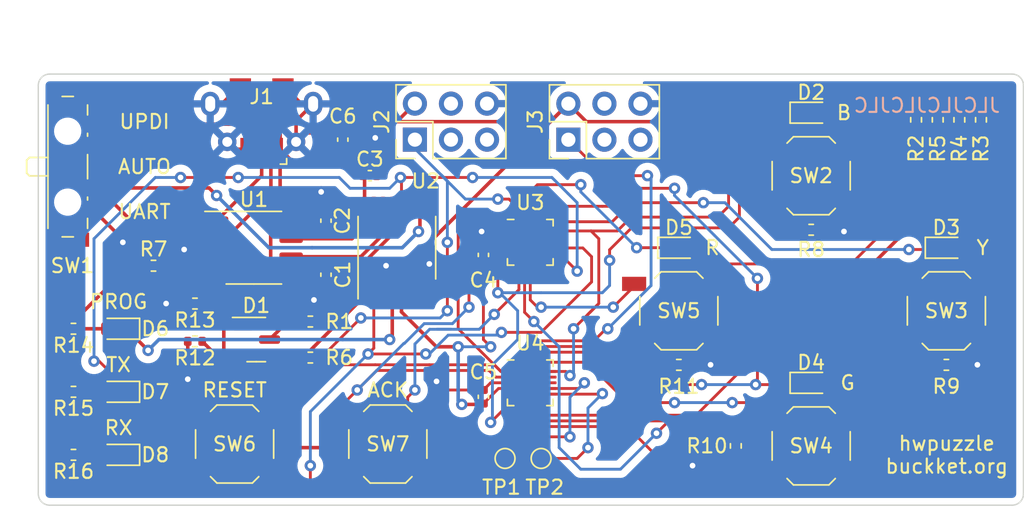
<source format=kicad_pcb>
(kicad_pcb (version 20211014) (generator pcbnew)
  (title_block (title "hwpuzzle") (date "2023-01-14") (rev "0.1") (company "buckket.org"))
  (layers (0 "F.Cu" signal) (31 "B.Cu" signal) (34 "B.Paste" user) (35 "F.Paste" user) (36 "B.SilkS" user "B.Silkscreen") (37 "F.SilkS" user "F.Silkscreen") (38 "B.Mask" user) (39 "F.Mask" user) (44 "Edge.Cuts" user))
  (net 0 "")
  (net 1 "GND")
  (net 2 "+5V")
  (net 3 "Net-(C2-Pad2)")
  (net 5 "UPDI RX")
  (net 6 "Net-(D1-Pad3)")
  (net 7 "LED0")
  (net 8 "Net-(D2-Pad2)")
  (net 9 "LED1")
  (net 10 "Net-(D3-Pad2)")
  (net 11 "LED2")
  (net 12 "Net-(D4-Pad2)")
  (net 13 "LED3")
  (net 14 "Net-(D5-Pad2)")
  (net 15 "PROG")
  (net 16 "Net-(D6-Pad2)")
  (net 17 "UART TX")
  (net 18 "Net-(D7-Pad2)")
  (net 19 "UART RX")
  (net 20 "Net-(D8-Pad2)")
  (net 21 "Net-(J1-Pad2)")
  (net 22 "Net-(J1-Pad3)")
  (net 24 "UPDI")
  (net 28 "P UPDI")
  (net 32 "UPDI TX")
  (net 33 "Mode")
  (net 34 "RTS")
  (net 35 "Net-(R8-Pad1)")
  (net 36 "Net-(R9-Pad1)")
  (net 37 "Net-(R10-Pad1)")
  (net 38 "Net-(R11-Pad1)")
  (net 39 "Net-(R12-Pad1)")
  (net 40 "Net-(R13-Pad1)")
  (net 42 "INPUT0")
  (net 43 "INPUT1")
  (net 44 "INPUT2")
  (net 45 "INPUT3")
  (net 46 "RESET")
  (net 47 "ACK")
  (net 48 "Net-(TP1-Pad1)")
  (net 49 "Net-(TP2-Pad1)")
  (net 50 "TXD")
  (net 51 "RXD")
  (footprint "LED_SMD:LED_0603_1608Metric" (layer "F.Cu") (at 104.852718 95.25 180)
    (fp_text reference "D8")
    (fp_text value "LED")
  )
  (footprint "Resistor_SMD:R_0402_1005Metric" (layer "F.Cu") (at 118.364 88.392)
    (fp_text reference "R6")
    (fp_text value "0")
  )
  (footprint "Button_Switch_SMD:SW_SPST_TL3342" (layer "F.Cu") (at 144.323 85.095)
    (fp_text reference "SW5")
    (fp_text value "SW_Push")
  )
  (footprint "Capacitor_SMD:C_0402_1005Metric" (layer "F.Cu") (at 119.465 82.55 90)
    (fp_text reference "C1")
    (fp_text value "100nF")
  )
  (footprint "LED_SMD:LED_0603_1608Metric" (layer "F.Cu") (at 163.17 80.65)
    (fp_text reference "D3")
    (fp_text value "LED")
  )
  (footprint "Resistor_SMD:R_0402_1005Metric" (layer "F.Cu") (at 148.336 94.62 90)
    (fp_text reference "R10")
    (fp_text value "220")
  )
  (footprint "Resistor_SMD:R_0402_1005Metric" (layer "F.Cu") (at 110.236 87.248 180)
    (fp_text reference "R12")
    (fp_text value "220")
  )
  (footprint "TestPoint:TestPoint_Pad_D1.0mm" (layer "F.Cu") (at 134.62 95.504 -90)
    (fp_text reference "TP2")
    (fp_text value "TestPoint")
  )
  (footprint "Resistor_SMD:R_0402_1005Metric" (layer "F.Cu") (at 107.315 81.915)
    (fp_text reference "R7")
    (fp_text value "47k")
  )
  (footprint "Capacitor_SMD:C_0402_1005Metric" (layer "F.Cu") (at 130.556 81.153 90)
    (fp_text reference "C4")
    (fp_text value "100nF")
  )
  (footprint "LED_SMD:LED_0603_1608Metric" (layer "F.Cu") (at 144.323 80.65)
    (fp_text reference "D5")
    (fp_text value "LED")
  )
  (footprint "Resistor_SMD:R_0402_1005Metric" (layer "F.Cu") (at 110.236 84.584 180)
    (fp_text reference "R13")
    (fp_text value "220")
  )
  (footprint "LED_SMD:LED_0603_1608Metric" (layer "F.Cu") (at 153.645 90.175)
    (fp_text reference "D4")
    (fp_text value "LED")
  )
  (footprint "Resistor_SMD:R_0402_1005Metric" (layer "F.Cu") (at 101.677718 90.805 180)
    (fp_text reference "R15")
    (fp_text value "680")
  )
  (footprint "LED_SMD:LED_0603_1608Metric" (layer "F.Cu") (at 104.852718 86.36 180)
    (fp_text reference "D6")
    (fp_text value "LED")
  )
  (footprint "hwpuzzle:MicroXNJ" (layer "F.Cu") (at 114.935 70.501)
    (fp_text reference "J1")
    (fp_text value "USB_B_Micro")
  )
  (footprint "Capacitor_SMD:C_0402_1005Metric" (layer "F.Cu") (at 130.556 91.158 90)
    (fp_text reference "C5")
    (fp_text value "100nF")
  )
  (footprint "Button_Switch_SMD:SW_SPST_TL3342" (layer "F.Cu") (at 113.03 94.488)
    (fp_text reference "SW6")
    (fp_text value "SW_Push")
  )
  (footprint "Resistor_SMD:R_0402_1005Metric" (layer "F.Cu") (at 118.364 85.852 180)
    (fp_text reference "R1")
    (fp_text value "470")
  )
  (footprint "Resistor_SMD:R_0402_1005Metric" (layer "F.Cu") (at 165.608 71.626 90)
    (fp_text reference "R3")
    (fp_text value "680")
  )
  (footprint "Resistor_SMD:R_0402_1005Metric" (layer "F.Cu") (at 164.084 71.628 90)
    (fp_text reference "R4")
    (fp_text value "470")
  )
  (footprint "Package_TO_SOT_SMD:SOT-23" (layer "F.Cu") (at 114.554 87.122)
    (fp_text reference "D1")
    (fp_text value "BAT54C")
  )
  (footprint "Package_SO:TSSOP-16_4.4x5mm_P0.65mm" (layer "F.Cu") (at 124.46 80.645 90)
    (fp_text reference "U2")
    (fp_text value "4053")
  )
  (footprint "Button_Switch_SMD:SW_SPST_TL3342" (layer "F.Cu") (at 153.645 75.57)
    (fp_text reference "SW2")
    (fp_text value "SW_Push")
  )
  (footprint "Button_Switch_SMD:SW_SPST_TL3342" (layer "F.Cu") (at 163.17 85.095)
    (fp_text reference "SW3")
    (fp_text value "SW_Push")
  )
  (footprint "Button_Switch_SMD:SW_SPST_TL3342" (layer "F.Cu") (at 123.825 94.488)
    (fp_text reference "SW7")
    (fp_text value "SW_Push")
  )
  (footprint "LED_SMD:LED_0603_1608Metric" (layer "F.Cu") (at 104.852718 90.805 180)
    (fp_text reference "D7")
    (fp_text value "LED")
  )
  (footprint "Capacitor_SMD:C_0402_1005Metric" (layer "F.Cu") (at 119.465 78.74 -90)
    (fp_text reference "C2")
    (fp_text value "100nF")
  )
  (footprint "Resistor_SMD:R_0402_1005Metric" (layer "F.Cu") (at 144.323 88.905)
    (fp_text reference "R11")
    (fp_text value "220")
  )
  (footprint "Connector_PinHeader_2.54mm:PinHeader_2x03_P2.54mm_Vertical" (layer "F.Cu") (at 125.73 73.025 90)
    (fp_text reference "J2")
    (fp_text value "Conn_02x03_Odd_Even")
  )
  (footprint "Resistor_SMD:R_0402_1005Metric" (layer "F.Cu") (at 161.036 71.626 90)
    (fp_text reference "R2")
    (fp_text value "470")
  )
  (footprint "Package_DFN_QFN:VQFN-20-1EP_3x3mm_P0.4mm_EP1.7x1.7mm" (layer "F.Cu") (at 133.858 90.17)
    (fp_text reference "U4")
    (fp_text value "ATtiny1616-M")
  )
  (footprint "Button_Switch_SMD:SW_SPST_TL3342" (layer "F.Cu") (at 153.645 94.62)
    (fp_text reference "SW4")
    (fp_text value "SW_Push")
  )
  (footprint "Resistor_SMD:R_0402_1005Metric" (layer "F.Cu") (at 101.677718 86.36 180)
    (fp_text reference "R14")
    (fp_text value "680")
  )
  (footprint "Capacitor_SMD:C_0402_1005Metric" (layer "F.Cu") (at 120.65 73.025 90)
    (fp_text reference "C6")
    (fp_text value "1uF")
  )
  (footprint "Resistor_SMD:R_0402_1005Metric" (layer "F.Cu") (at 162.56 71.626 90)
    (fp_text reference "R5")
    (fp_text value "680")
  )
  (footprint "Package_SO:SOP-8_3.9x4.9mm_P1.27mm" (layer "F.Cu") (at 114.385 80.645)
    (fp_text reference "U1")
    (fp_text value "CH340N")
  )
  (footprint "Resistor_SMD:R_0402_1005Metric" (layer "F.Cu") (at 101.677718 95.25 180)
    (fp_text reference "R16")
    (fp_text value "680")
  )
  (footprint "Capacitor_SMD:C_0402_1005Metric" (layer "F.Cu") (at 122.555 75.565)
    (fp_text reference "C3")
    (fp_text value "100nF")
  )
  (footprint "LED_SMD:LED_0603_1608Metric" (layer "F.Cu") (at 153.645 71.125)
    (fp_text reference "D2")
    (fp_text value "LED")
  )
  (footprint "Button_Switch_SMD:SW_SP3T_PCM13" (layer "F.Cu") (at 101.6 74.93 -90)
    (fp_text reference "SW1")
    (fp_text value "SW_SP3T")
  )
  (footprint "Connector_PinHeader_2.54mm:PinHeader_2x03_P2.54mm_Vertical" (layer "F.Cu") (at 136.54 73.03 90)
    (fp_text reference "J3")
    (fp_text value "Conn_02x03_Odd_Even")
  )
  (footprint "TestPoint:TestPoint_Pad_D1.0mm" (layer "F.Cu") (at 132.08 95.504 -90)
    (fp_text reference "TP1")
    (fp_text value "TestPoint")
  )
  (footprint "Resistor_SMD:R_0402_1005Metric" (layer "F.Cu") (at 153.645 79.38)
    (fp_text reference "R8")
    (fp_text value "220")
  )
  (footprint "Package_DFN_QFN:VQFN-20-1EP_3x3mm_P0.4mm_EP1.7x1.7mm" (layer "F.Cu") (at 133.858 80.264)
    (fp_text reference "U3")
    (fp_text value "ATtiny1616-M")
  )
  (footprint "Resistor_SMD:R_0402_1005Metric" (layer "F.Cu") (at 163.17 88.905)
    (fp_text reference "R9")
    (fp_text value "220")
  )
  (gr_line (start 168.6 69.2) (end 168.6 98) (layer "Edge.Cuts") (width 0.1))
  (gr_line (start 99.2 98) (end 99.2 69.2) (layer "Edge.Cuts") (width 0.1))
  (gr_line (start 100 68.4) (end 167.8 68.4) (layer "Edge.Cuts") (width 0.1))
  (gr_arc (start 99.2 69.2) (mid 99.434315 68.634315) (end 100 68.4) (layer "Edge.Cuts") (width 0.1))
  (gr_arc (start 167.8 68.4) (mid 168.365685 68.634315) (end 168.6 69.2) (layer "Edge.Cuts") (width 0.1))
  (gr_line (start 167.8 98.8) (end 100 98.8) (layer "Edge.Cuts") (width 0.1))
  (gr_arc (start 100 98.8) (mid 99.434315 98.565685) (end 99.2 98) (layer "Edge.Cuts") (width 0.1))
  (gr_arc (start 168.6 98) (mid 168.365685 98.565685) (end 167.8 98.8) (layer "Edge.Cuts") (width 0.1))
  (gr_text "JLCJLCJLCJLC" (at 161.798 70.612) (layer "B.SilkS") (effects (font (size 1 1)) (justify mirror)))
  (gr_text "Y" (at 165.735 80.645) (layer "F.SilkS") (effects (font (size 1 1))))
  (gr_text "G" (at 156.21 90.17) (layer "F.SilkS") (effects (font (size 1 1))))
  (gr_text "RESET" (at 113.03 90.678) (layer "F.SilkS") (effects (font (size 1 1))))
  (gr_text "UART" (at 106.68 78.105) (layer "F.SilkS") (effects (font (size 1 1))))
  (gr_text "TX" (at 104.852718 88.9) (layer "F.SilkS") (effects (font (size 1 1))))
  (gr_text "B" (at 155.956 71.125) (layer "F.SilkS") (effects (font (size 1 1))))
  (gr_text "R" (at 146.685 80.645) (layer "F.SilkS") (effects (font (size 1 1))))
  (gr_text "RX" (at 104.852718 93.345) (layer "F.SilkS") (effects (font (size 1 1))))
  (gr_text "hwpuzzle\nbuckket.org" (at 163.195 95.25) (layer "F.SilkS") (effects (font (size 1 1))))
  (gr_text "PROG" (at 104.852718 84.455) (layer "F.SilkS") (effects (font (size 1 1))))
  (gr_text "AUTO" (at 106.68 74.93) (layer "F.SilkS") (effects (font (size 1 1))))
  (gr_text "ACK" (at 123.825 90.678) (layer "F.SilkS") (effects (font (size 1 1))))
  (gr_text "UPDI" (at 106.68 71.755) (layer "F.SilkS") (effects (font (size 1 1))))
  (segment (start 132.408 90.17) (end 131.064 90.17) (width 0.2) (layer "F.Cu") (net 1))
  (segment (start 147.19 94.11) (end 145.288 96.012) (width 0.25) (layer "F.Cu") (net 1))
  (segment (start 127.8625 90.678) (end 127.254 90.0695) (width 0.2) (layer "F.Cu") (net 1))
  (segment (start 148.336 94.11) (end 147.19 94.11) (width 0.25) (layer "F.Cu") (net 1))
  (segment (start 132.408 80.264) (end 131.699 80.264) (width 0.2) (layer "F.Cu") (net 1))
  (segment (start 119.465 83.03) (end 119.465 83.481) (width 0.25) (layer "F.Cu") (net 1))
  (segment (start 155.834 79.38) (end 155.956 79.502) (width 0.25) (layer "F.Cu") (net 1))
  (segment (start 103.03 77.93) (end 105.156 80.056) (width 0.25) (layer "F.Cu") (net 1))
  (segment (start 130.556 80.673) (end 130.556 79.629) (width 0.2) (layer "F.Cu") (net 1))
  (segment (start 163.68 88.905) (end 165.349 88.905) (width 0.25) (layer "F.Cu") (net 1))
  (segment (start 109.982 81.28) (end 109.474 80.772) (width 0.25) (layer "F.Cu") (net 1))
  (segment (start 117.735 70.501) (end 116.435 69.201) (width 0.25) (layer "F.Cu") (net 1))
  (segment (start 123.485 83.5075) (end 123.485 82.128) (width 0.25) (layer "F.Cu") (net 1))
  (segment (start 122.936 75.466) (end 122.936 72.898) (width 0.2) (layer "F.Cu") (net 1))
  (segment (start 131.699 80.264) (end 131.572 80.391) (width 0.2) (layer "F.Cu") (net 1))
  (segment (start 123.035 75.565) (end 122.936 75.466) (width 0.2) (layer "F.Cu") (net 1))
  (segment (start 154.155 79.38) (end 155.834 79.38) (width 0.25) (layer "F.Cu") (net 1))
  (segment (start 125.435 83.5075) (end 126.735 83.5075) (width 0.25) (layer "F.Cu") (net 1))
  (segment (start 131.29 80.673) (end 131.572 80.391) (width 0.2) (layer "F.Cu") (net 1))
  (segment (start 126.085 83.5075) (end 126.085 82.449) (width 0.25) (layer "F.Cu") (net 1))
  (segment (start 117.996 72.545) (end 117.36 73.181) (width 0.25) (layer "F.Cu") (net 1))
  (segment (start 132.408 80.264) (end 133.858 80.264) (width 0.2) (layer "F.Cu") (net 1))
  (segment (start 108.206 84.584) (end 108.204 84.582) (width 0.25) (layer "F.Cu") (net 1))
  (segment (start 119.465 77.047) (end 119.126 76.708) (width 0.25) (layer "F.Cu") (net 1))
  (segment (start 109.728 87.25) (end 109.728 89.916) (width 0.25) (layer "F.Cu") (net 1))
  (segment (start 117.36 73.181) (end 117.36 71.701) (width 0.25) (layer "F.Cu") (net 1))
  (segment (start 146.553 88.905) (end 146.558 88.9) (width 0.25) (layer "F.Cu") (net 1))
  (segment (start 131.064 90.17) (end 130.556 90.678) (width 0.2) (layer "F.Cu") (net 1))
  (segment (start 118.56 70.501) (end 111.31 70.501) (width 0.25) (layer "F.Cu") (net 1))
  (segment (start 105.156 80.056) (end 105.156 80.264) (width 0.25) (layer "F.Cu") (net 1))
  (segment (start 111.76 81.28) (end 109.982 81.28) (width 0.25) (layer "F.Cu") (net 1))
  (segment (start 130.556 80.673) (end 131.29 80.673) (width 0.2) (layer "F.Cu") (net 1))
  (segment (start 130.556 79.629) (end 130.429 79.502) (width 0.2) (layer "F.Cu") (net 1))
  (segment (start 130.556 90.678) (end 127.8625 90.678) (width 0.2) (layer "F.Cu") (net 1))
  (segment (start 144.833 88.905) (end 146.553 88.905) (width 0.25) (layer "F.Cu") (net 1))
  (segment (start 118.56 70.501) (end 117.735 70.501) (width 0.25) (layer "F.Cu") (net 1))
  (segment (start 126.085 82.449) (end 126.746 81.788) (width 0.25) (layer "F.Cu") (net 1))
  (segment (start 165.349 88.905) (end 165.354 88.9) (width 0.25) (layer "F.Cu") (net 1))
  (segment (start 113.635 73.701) (end 113.03 73.701) (width 0.25) (layer "F.Cu") (net 1))
  (segment (start 109.726 87.248) (end 109.728 87.25) (width 0.25) (layer "F.Cu") (net 1))
  (segment (start 123.485 82.128) (end 123.698 81.915) (width 0.25) (layer "F.Cu") (net 1))
  (segment (start 117.36 71.701) (end 118.56 70.501) (width 0.25) (layer "F.Cu") (net 1))
  (segment (start 120.65 72.545) (end 117.996 72.545) (width 0.25) (layer "F.Cu") (net 1))
  (segment (start 109.726 84.584) (end 108.206 84.584) (width 0.25) (layer "F.Cu") (net 1))
  (segment (start 119.465 78.26) (end 119.465 77.047) (width 0.25) (layer "F.Cu") (net 1))
  (segment (start 119.465 83.481) (end 118.618 84.328) (width 0.25) (layer "F.Cu") (net 1))
  (segment (start 113.03 73.701) (end 112.51 73.181) (width 0.25) (layer "F.Cu") (net 1))
  (segment (start 111.31 70.501) (end 112.135 70.501) (width 0.25) (layer "F.Cu") (net 1))
  (segment (start 112.135 70.501) (end 113.435 69.201) (width 0.25) (layer "F.Cu") (net 1))
  (segment (start 132.408 90.17) (end 133.858 90.17) (width 0.2) (layer "F.Cu") (net 1))
  (via (at 122.936 72.898) (size 0.8) (drill 0.4) (layers "F.Cu" "B.Cu") (net 1))
  (via (at 127.254 90.0695) (size 0.8) (drill 0.4) (layers "F.Cu" "B.Cu") (net 1))
  (via (at 105.156 80.264) (size 0.8) (drill 0.4) (layers "F.Cu" "B.Cu") (net 1))
  (via (at 118.618 84.328) (size 0.8) (drill 0.4) (layers "F.Cu" "B.Cu") (net 1))
  (via (at 165.354 88.9) (size 0.8) (drill 0.4) (layers "F.Cu" "B.Cu") (net 1))
  (via (at 109.474 80.772) (size 0.8) (drill 0.4) (layers "F.Cu" "B.Cu") (net 1))
  (via (at 123.698 81.915) (size 0.8) (drill 0.4) (layers "F.Cu" "B.Cu") (net 1))
  (via (at 145.288 96.012) (size 0.8) (drill 0.4) (layers "F.Cu" "B.Cu") (net 1))
  (via (at 119.126 76.708) (size 0.8) (drill 0.4) (layers "F.Cu" "B.Cu") (net 1))
  (via (at 126.746 81.788) (size 0.8) (drill 0.4) (layers "F.Cu" "B.Cu") (net 1))
  (via (at 155.956 79.502) (size 0.8) (drill 0.4) (layers "F.Cu" "B.Cu") (net 1))
  (via (at 109.728 89.916) (size 0.8) (drill 0.4) (layers "F.Cu" "B.Cu") (net 1))
  (via (at 108.204 84.582) (size 0.8) (drill 0.4) (layers "F.Cu" "B.Cu") (net 1))
  (via (at 130.429 79.502) (size 0.8) (drill 0.4) (layers "F.Cu" "B.Cu") (net 1))
  (via (at 146.558 88.9) (size 0.8) (drill 0.4) (layers "F.Cu" "B.Cu") (net 1))
  (segment (start 115.57 81.788) (end 115.57 78.105) (width 0.25) (layer "F.Cu") (net 2))
  (segment (start 131.624 90.57) (end 130.556 91.638) (width 0.2) (layer "F.Cu") (net 2))
  (segment (start 122.555 71.755) (end 122.407609 71.755) (width 0.25) (layer "F.Cu") (net 2))
  (segment (start 116.332 82.55) (end 115.57 81.788) (width 0.25) (layer "F.Cu") (net 2))
  (segment (start 121.128 74.618) (end 119.068 74.618) (width 0.25) (layer "F.Cu") (net 2))
  (segment (start 125.73 70.485) (end 124.46 71.755) (width 0.25) (layer "F.Cu") (net 2))
  (segment (start 137.805 71.755) (end 145.161 71.755) (width 0.25) (layer "F.Cu") (net 2))
  (segment (start 122.185 76.465) (end 122.185 75.675) (width 0.25) (layer "F.Cu") (net 2))
  (segment (start 127.244695 87.63) (end 128.778 87.63) (width 0.25) (layer "F.Cu") (net 2))
  (segment (start 126.502 80.889) (end 126.502 80.528) (width 0.25) (layer "F.Cu") (net 2))
  (segment (start 124.46 71.755) (end 122.555 71.755) (width 0.25) (layer "F.Cu") (net 2))
  (segment (start 118.83 82.55) (end 117.01 82.55) (width 0.25) (layer "F.Cu") (net 2))
  (segment (start 132.408 90.57) (end 131.624 90.57) (width 0.2) (layer "F.Cu") (net 2))
  (segment (start 120.65 73.505) (end 119.537 74.618) (width 0.25) (layer "F.Cu") (net 2))
  (segment (start 130.944025 81.633) (end 131.913025 80.664) (width 0.2) (layer "F.Cu") (net 2))
  (segment (start 119.537 74.618) (end 119.068 74.618) (width 0.25) (layer "F.Cu") (net 2))
  (segment (start 122.075 75.565) (end 121.128 74.618) (width 0.25) (layer "F.Cu") (net 2))
  (segment (start 116.235 73.701) (end 116.235 72.651) (width 0.25) (layer "F.Cu") (net 2))
  (segment (start 119.465 82.07) (end 119.31 82.07) (width 0.25) (layer "F.Cu") (net 2))
  (segment (start 112.57 71.93) (end 112.5728 71.9328) (width 0.25) (layer "F.Cu") (net 2))
  (segment (start 147.066 69.85) (end 156.718 69.85) (width 0.25) (layer "F.Cu") (net 2))
  (segment (start 117.01 82.55) (end 115.994 83.566) (width 0.25) (layer "F.Cu") (net 2))
  (segment (start 129.032 91.694) (end 130.5 91.694) (width 0.25) (layer "F.Cu") (net 2))
  (segment (start 115.5168 71.9328) (end 112.5728 71.9328) (width 0.25) (layer "F.Cu") (net 2))
  (segment (start 156.718 69.85) (end 157.986 71.118) (width 0.25) (layer "F.Cu") (net 2))
  (segment (start 122.407609 71.755) (end 120.657609 73.505) (width 0.25) (layer "F.Cu") (net 2))
  (segment (start 117.01 82.55) (end 116.332 82.55) (width 0.25) (layer "F.Cu") (net 2))
  (segment (start 103.961718 83.566) (end 101.167718 86.36) (width 0.25) (layer "F.Cu") (net 2))
  (segment (start 136.54 70.49) (end 135.275 71.755) (width 0.25) (layer "F.Cu") (net 2))
  (segment (start 103.03 71.93) (end 112.57 71.93) (width 0.25) (layer "F.Cu") (net 2))
  (segment (start 119.31 82.07) (end 118.83 82.55) (width 0.25) (layer "F.Cu") (net 2))
  (segment (start 122.185 77.7825) (end 122.185 76.465) (width 0.25) (layer "F.Cu") (net 2))
  (segment (start 122.185 75.675) (end 122.075 75.565) (width 0.25) (layer "F.Cu") (net 2))
  (segment (start 145.161 71.755) (end 147.066 69.85) (width 0.25) (layer "F.Cu") (net 2))
  (segment (start 131.913025 80.664) (end 132.408 80.664) (width 0.2) (layer "F.Cu") (net 2))
  (segment (start 135.275 71.755) (end 122.555 71.755) (width 0.25) (layer "F.Cu") (net 2))
  (segment (start 124.785 83.5075) (end 124.785 82.606) (width 0.25) (layer "F.Cu") (net 2))
  (segment (start 157.986 71.118) (end 165.608 71.118) (width 0.25) (layer "F.Cu") (net 2))
  (segment (start 126.502 80.528) (end 136.54 70.49) (width 0.25) (layer "F.Cu") (net 2))
  (segment (start 124.785 85.170305) (end 127.244695 87.63) (width 0.25) (layer "F.Cu") (net 2))
  (segment (start 116.235 72.651) (end 115.5168 71.9328) (width 0.25) (layer "F.Cu") (net 2))
  (segment (start 120.657609 73.505) (end 120.65 73.505) (width 0.25) (layer "F.Cu") (net 2))
  (segment (start 130.556 87.122) (end 131.064 87.63) (width 0.2) (layer "F.Cu") (net 2))
  (segment (start 130.556 81.633) (end 130.556 87.122) (width 0.2) (layer "F.Cu") (net 2))
  (segment (start 124.785 82.606) (end 126.502 80.889) (width 0.25) (layer "F.Cu") (net 2))
  (segment (start 115.57 78.105) (end 116.235 77.44) (width 0.25) (layer "F.Cu") (net 2))
  (segment (start 119.068 74.618) (end 117.798 74.618) (width 0.25) (layer "F.Cu") (net 2))
  (segment (start 136.54 70.49) (end 137.805 71.755) (width 0.25) (layer "F.Cu") (net 2))
  (segment (start 130.556 81.633) (end 130.944025 81.633) (width 0.2) (layer "F.Cu") (net 2))
  (segment (start 101.167718 86.36) (end 101.167718 95.25) (width 0.25) (layer "F.Cu") (net 2))
  (segment (start 116.235 77.44) (end 116.235 73.701) (width 0.25) (layer "F.Cu") (net 2))
  (segment (start 116.235 73.701) (end 117.152 74.618) (width 0.25) (layer "F.Cu") (net 2))
  (segment (start 124.785 83.5075) (end 124.785 85.170305) (width 0.25) (layer "F.Cu") (net 2))
  (segment (start 117.798 74.618) (end 117.152 74.618) (width 0.25) (layer "F.Cu") (net 2))
  (segment (start 130.5 91.694) (end 130.556 91.638) (width 0.25) (layer "F.Cu") (net 2))
  (segment (start 115.994 83.566) (end 103.961718 83.566) (width 0.25) (layer "F.Cu") (net 2))
  (via (at 128.778 87.63) (size 0.8) (drill 0.4) (layers "F.Cu" "B.Cu") (net 2))
  (via (at 129.032 91.694) (size 0.8) (drill 0.4) (layers "F.Cu" "B.Cu") (net 2))
  (via (at 131.064 87.63) (size 0.8) (drill 0.4) (layers "F.Cu" "B.Cu") (net 2))
  (segment (start 128.778 87.63) (end 128.778 91.44) (width 0.25) (layer "B.Cu") (net 2))
  (segment (start 131.064 87.63) (end 128.778 87.63) (width 0.2) (layer "B.Cu") (net 2))
  (segment (start 128.778 91.44) (end 129.032 91.694) (width 0.25) (layer "B.Cu") (net 2))
  (segment (start 118.83 78.74) (end 117.01 78.74) (width 0.25) (layer "F.Cu") (net 3))
  (segment (start 119.465 79.22) (end 119.31 79.22) (width 0.25) (layer "F.Cu") (net 3))
  (segment (start 119.31 79.22) (end 118.83 78.74) (width 0.25) (layer "F.Cu") (net 3))
  (segment (start 118.617 87.629) (end 117.854 88.392) (width 0.25) (layer "F.Cu") (net 5))
  (segment (start 117.854 88.392) (end 113.9365 88.392) (width 0.25) (layer "F.Cu") (net 5))
  (segment (start 113.9365 88.392) (end 113.6165 88.072) (width 0.25) (layer "F.Cu") (net 5))
  (segment (start 122.185 83.5075) (end 122.185 84.061) (width 0.25) (layer "F.Cu") (net 5))
  (segment (start 122.185 84.061) (end 118.617 87.629) (width 0.25) (layer "F.Cu") (net 5))
  (segment (start 117.854 85.852) (end 116.7615 85.852) (width 0.25) (layer "F.Cu") (net 6))
  (segment (start 116.7615 85.852) (end 115.4915 87.122) (width 0.25) (layer "F.Cu") (net 6))
  (segment (start 152.8575 71.125) (end 149.855 71.125) (width 0.2) (layer "F.Cu") (net 7))
  (segment (start 138.576 84.69) (end 137.922 85.344) (width 0.2) (layer "F.Cu") (net 7))
  (segment (start 140.97 78.486) (end 139.992 79.464) (width 0.2) (layer "F.Cu") (net 7))
  (segment (start 138.138 79.464) (end 135.308 79.464) (width 0.2) (layer "F.Cu") (net 7))
  (segment (start 138.684 80.01) (end 138.684 84.582) (width 0.2) (layer "F.Cu") (net 7))
  (segment (start 136.36 89.37) (end 135.308 89.37) (width 0.2) (layer "F.Cu") (net 7))
  (segment (start 147.066 78.486) (end 140.97 78.486) (width 0.2) (layer "F.Cu") (net 7))
  (segment (start 147.828 77.724) (end 147.066 78.486) (width 0.2) (layer "F.Cu") (net 7))
  (segment (start 137.922 85.344) (end 136.906 86.36) (width 0.2) (layer "F.Cu") (net 7))
  (segment (start 138.684 84.582) (end 137.922 85.344) (width 0.2) (layer "F.Cu") (net 7))
  (segment (start 149.855 71.125) (end 147.828 73.152) (width 0.2) (layer "F.Cu") (net 7))
  (segment (start 138.138 79.464) (end 138.684 80.01) (width 0.2) (layer "F.Cu") (net 7))
  (segment (start 147.828 73.152) (end 147.828 77.724) (width 0.2) (layer "F.Cu") (net 7))
  (segment (start 136.652 89.662) (end 136.36 89.37) (width 0.2) (layer "F.Cu") (net 7))
  (segment (start 139.992 79.464) (end 138.138 79.464) (width 0.2) (layer "F.Cu") (net 7))
  (via (at 136.652 89.662) (size 0.8) (drill 0.4) (layers "F.Cu" "B.Cu") (net 7))
  (via (at 136.906 86.36) (size 0.8) (drill 0.4) (layers "F.Cu" "B.Cu") (net 7))
  (segment (start 136.906 89.408) (end 136.652 89.662) (width 0.2) (layer "B.Cu") (net 7))
  (segment (start 136.906 86.36) (end 136.906 89.408) (width 0.2) (layer "B.Cu") (net 7))
  (segment (start 155.4435 72.136) (end 154.4325 71.125) (width 0.25) (layer "F.Cu") (net 8))
  (segment (start 161.036 72.136) (end 155.4435 72.136) (width 0.25) (layer "F.Cu") (net 8))
  (segment (start 140.97 77.47) (end 144.78 77.47) (width 0.2) (layer "F.Cu") (net 9))
  (segment (start 134.658 88.72) (end 137.869 88.72) (width 0.2) (layer "F.Cu") (net 9))
  (segment (start 139.626 78.814) (end 140.97 77.47) (width 0.2) (layer "F.Cu") (net 9))
  (segment (start 134.658 78.814) (end 139.626 78.814) (width 0.2) (layer "F.Cu") (net 9))
  (segment (start 137.922 88.773) (end 140.716 91.567) (width 0.2) (layer "F.Cu") (net 9))
  (segment (start 158.623 91.567) (end 162.3825 87.8075) (width 0.2) (layer "F.Cu") (net 9))
  (segment (start 162.2605 80.772) (end 162.3825 80.65) (width 0.2) (layer "F.Cu") (net 9))
  (segment (start 137.869 88.72) (end 137.922 88.773) (width 0.2) (layer "F.Cu") (net 9))
  (segment (start 148.082 91.567) (end 158.623 91.567) (width 0.2) (layer "F.Cu") (net 9))
  (segment (start 144.78 77.47) (end 146.05 77.47) (width 0.2) (layer "F.Cu") (net 9))
  (segment (start 140.716 91.567) (end 144.018 91.567) (width 0.2) (layer "F.Cu") (net 9))
  (segment (start 160.528 80.772) (end 162.2605 80.772) (width 0.2) (layer "F.Cu") (net 9))
  (segment (start 162.3825 87.8075) (end 162.3825 80.65) (width 0.2) (layer "F.Cu") (net 9))
  (via (at 144.018 91.567) (size 0.8) (drill 0.4) (layers "F.Cu" "B.Cu") (net 9))
  (via (at 146.05 77.47) (size 0.8) (drill 0.4) (layers "F.Cu" "B.Cu") (net 9))
  (via (at 160.528 80.772) (size 0.8) (drill 0.4) (layers "F.Cu" "B.Cu") (net 9))
  (via (at 148.082 91.567) (size 0.8) (drill 0.4) (layers "F.Cu" "B.Cu") (net 9))
  (segment (start 147.574 77.47) (end 150.876 80.772) (width 0.2) (layer "B.Cu") (net 9))
  (segment (start 150.876 80.772) (end 160.528 80.772) (width 0.2) (layer "B.Cu") (net 9))
  (segment (start 144.018 91.567) (end 148.082 91.567) (width 0.2) (layer "B.Cu") (net 9))
  (segment (start 146.05 77.47) (end 147.574 77.47) (width 0.2) (layer "B.Cu") (net 9))
  (segment (start 165.608 78.9995) (end 165.608 72.136) (width 0.25) (layer "F.Cu") (net 10))
  (segment (start 163.9575 80.65) (end 165.608 78.9995) (width 0.25) (layer "F.Cu") (net 10))
  (segment (start 152.7355 90.297) (end 152.8575 90.175) (width 0.2) (layer "F.Cu") (net 11))
  (segment (start 140.462 90.297) (end 145.923 90.297) (width 0.2) (layer "F.Cu") (net 11))
  (segment (start 134.258 78.319025) (end 134.853025 77.724) (width 0.2) (layer "F.Cu") (net 11))
  (segment (start 149.86 82.804) (end 149.86 90.17) (width 0.2) (layer "F.Cu") (net 11))
  (segment (start 138.43 88.265) (end 140.462 90.297) (width 0.2) (layer "F.Cu") (net 11))
  (segment (start 140.462 76.708) (end 140.716 76.454) (width 0.2) (layer "F.Cu") (net 11))
  (segment (start 139.446 77.724) (end 140.462 76.708) (width 0.2) (layer "F.Cu") (net 11))
  (segment (start 140.716 76.454) (end 144.018 76.454) (width 0.2) (layer "F.Cu") (net 11))
  (segment (start 134.258 88.72) (end 134.258 88.225025) (width 0.2) (layer "F.Cu") (net 11))
  (segment (start 134.258 88.225025) (end 134.472025 88.011) (width 0.2) (layer "F.Cu") (net 11))
  (segment (start 138.938 77.724) (end 139.446 77.724) (width 0.2) (layer "F.Cu") (net 11))
  (segment (start 134.258 78.814) (end 134.258 78.319025) (width 0.2) (layer "F.Cu") (net 11))
  (segment (start 149.86 90.17) (end 149.733 90.297) (width 0.2) (layer "F.Cu") (net 11))
  (segment (start 149.733 90.297) (end 152.7355 90.297) (width 0.2) (layer "F.Cu") (net 11))
  (segment (start 134.472025 88.011) (end 138.176 88.011) (width 0.2) (layer "F.Cu") (net 11))
  (segment (start 134.853025 77.724) (end 138.938 77.724) (width 0.2) (layer "F.Cu") (net 11))
  (segment (start 138.176 88.011) (end 138.43 88.265) (width 0.2) (layer "F.Cu") (net 11))
  (via (at 145.923 90.297) (size 0.8) (drill 0.4) (layers "F.Cu" "B.Cu") (net 11))
  (via (at 144.018 76.454) (size 0.8) (drill 0.4) (layers "F.Cu" "B.Cu") (net 11))
  (via (at 149.86 82.804) (size 0.8) (drill 0.4) (layers "F.Cu" "B.Cu") (net 11))
  (via (at 149.733 90.297) (size 0.8) (drill 0.4) (layers "F.Cu" "B.Cu") (net 11))
  (segment (start 145.923 90.297) (end 149.733 90.297) (width 0.2) (layer "B.Cu") (net 11))
  (segment (start 144.018 76.454) (end 144.018 76.962) (width 0.2) (layer "B.Cu") (net 11))
  (segment (start 144.018 76.962) (end 146.812 79.756) (width 0.2) (layer "B.Cu") (net 11))
  (segment (start 146.812 79.756) (end 149.86 82.804) (width 0.2) (layer "B.Cu") (net 11))
  (segment (start 154.4325 85.3435) (end 154.4325 90.175) (width 0.25) (layer "F.Cu") (net 12))
  (segment (start 164.084 72.138) (end 164.084 75.692) (width 0.25) (layer "F.Cu") (net 12))
  (segment (start 164.084 75.692) (end 154.4325 85.3435) (width 0.25) (layer "F.Cu") (net 12))
  (segment (start 141.98 88.138) (end 138.938 88.138) (width 0.2) (layer "F.Cu") (net 13))
  (segment (start 133.858 76.708) (end 134.366 76.2) (width 0.2) (layer "F.Cu") (net 13))
  (segment (start 143.5355 80.65) (end 143.5355 86.5825) (width 0.2) (layer "F.Cu") (net 13))
  (segment (start 134.30634 87.611) (end 134.13617 87.78117) (width 0.2) (layer "F.Cu") (net 13))
  (segment (start 134.366 76.2) (end 137.414 76.2) (width 0.2) (layer "F.Cu") (net 13))
  (segment (start 133.858 88.059339) (end 134.13617 87.78117) (width 0.2) (layer "F.Cu") (net 13))
  (segment (start 133.858 78.814) (end 133.858 76.708) (width 0.2) (layer "F.Cu") (net 13))
  (segment (start 133.858 88.72) (end 133.858 88.059339) (width 0.2) (layer "F.Cu") (net 13))
  (segment (start 141.351 80.645) (end 143.5305 80.645) (width 0.2) (layer "F.Cu") (net 13))
  (segment (start 138.938 88.138) (end 138.411 87.611) (width 0.2) (layer "F.Cu") (net 13))
  (segment (start 138.411 87.611) (end 134.30634 87.611) (width 0.2) (layer "F.Cu") (net 13))
  (segment (start 143.5305 80.645) (end 143.5355 80.65) (width 0.2) (layer "F.Cu") (net 13))
  (segment (start 143.5355 86.5825) (end 141.98 88.138) (width 0.2) (layer "F.Cu") (net 13))
  (segment (start 134.13617 87.78117) (end 134.249339 87.668) (width 0.2) (layer "F.Cu") (net 13))
  (via (at 137.414 76.2) (size 0.8) (drill 0.4) (layers "F.Cu" "B.Cu") (net 13))
  (via (at 141.351 80.645) (size 0.8) (drill 0.4) (layers "F.Cu" "B.Cu") (net 13))
  (segment (start 137.414 76.708) (end 137.414 76.2) (width 0.2) (layer "B.Cu") (net 13))
  (segment (start 141.351 80.645) (end 137.414 76.708) (width 0.2) (layer "B.Cu") (net 13))
  (segment (start 156.464 81.788) (end 162.56 75.692) (width 0.2) (layer "F.Cu") (net 14))
  (segment (start 146.2485 81.788) (end 156.464 81.788) (width 0.2) (layer "F.Cu") (net 14))
  (segment (start 162.56 75.692) (end 162.56 72.136) (width 0.2) (layer "F.Cu") (net 14))
  (segment (start 145.1105 80.65) (end 146.2485 81.788) (width 0.2) (layer "F.Cu") (net 14))
  (segment (start 105.640218 86.590218) (end 106.934 87.884) (width 0.25) (layer "F.Cu") (net 15))
  (segment (start 124.135 86.939) (end 124.135 83.5075) (width 0.25) (layer "F.Cu") (net 15))
  (segment (start 105.640218 86.36) (end 105.640218 86.590218) (width 0.25) (layer "F.Cu") (net 15))
  (segment (start 123.952 87.122) (end 124.135 86.939) (width 0.25) (layer "F.Cu") (net 15))
  (via (at 123.952 87.122) (size 0.8) (drill 0.4) (layers "F.Cu" "B.Cu") (net 15))
  (via (at 106.934 87.884) (size 0.8) (drill 0.4) (layers "F.Cu" "B.Cu") (net 15))
  (segment (start 120.65 87.122) (end 107.696 87.122) (width 0.25) (layer "B.Cu") (net 15))
  (segment (start 120.65 87.122) (end 123.952 87.122) (width 0.25) (layer "B.Cu") (net 15))
  (segment (start 107.696 87.122) (end 106.934 87.884) (width 0.25) (layer "B.Cu") (net 15))
  (segment (start 102.187718 86.36) (end 104.065218 86.36) (width 0.25) (layer "F.Cu") (net 16))
  (segment (start 124.714 75.692) (end 129.794 75.692) (width 0.2) (layer "F.Cu") (net 17))
  (segment (start 105.640218 90.805) (end 103.481218 88.646) (width 0.2) (layer "F.Cu") (net 17))
  (segment (start 137.16 82.296) (end 135.928 81.064) (width 0.2) (layer "F.Cu") (net 17))
  (segment (start 124.714 75.692) (end 124.785 75.763) (width 0.2) (layer "F.Cu") (net 17))
  (segment (start 135.928 81.064) (end 135.308 81.064) (width 0.2) (layer "F.Cu") (net 17))
  (segment (start 109.22 75.692) (end 113.284 75.692) (width 0.2) (layer "F.Cu") (net 17))
  (segment (start 103.481218 88.646) (end 103.124 88.646) (width 0.2) (layer "F.Cu") (net 17))
  (segment (start 124.785 75.763) (end 124.785 77.7825) (width 0.2) (layer "F.Cu") (net 17))
  (via (at 113.284 75.692) (size 0.8) (drill 0.4) (layers "F.Cu" "B.Cu") (net 17))
  (via (at 103.124 88.646) (size 0.8) (drill 0.4) (layers "F.Cu" "B.Cu") (net 17))
  (via (at 109.22 75.692) (size 0.8) (drill 0.4) (layers "F.Cu" "B.Cu") (net 17))
  (via (at 129.794 75.692) (size 0.8) (drill 0.4) (layers "F.Cu" "B.Cu") (net 17))
  (via (at 137.16 82.296) (size 0.8) (drill 0.4) (layers "F.Cu" "B.Cu") (net 17))
  (via (at 124.714 75.692) (size 0.8) (drill 0.4) (layers "F.Cu" "B.Cu") (net 17))
  (segment (start 103.124 80.01) (end 107.442 75.692) (width 0.2) (layer "B.Cu") (net 17))
  (segment (start 129.794 75.692) (end 135.382 75.692) (width 0.2) (layer "B.Cu") (net 17))
  (segment (start 103.124 88.646) (end 103.124 80.01) (width 0.2) (layer "B.Cu") (net 17))
  (segment (start 107.442 75.692) (end 109.22 75.692) (width 0.2) (layer "B.Cu") (net 17))
  (segment (start 123.952 76.454) (end 124.714 75.692) (width 0.2) (layer "B.Cu") (net 17))
  (segment (start 137.16 77.47) (end 137.16 82.296) (width 0.2) (layer "B.Cu") (net 17))
  (segment (start 121.158 76.454) (end 123.952 76.454) (width 0.2) (layer "B.Cu") (net 17))
  (segment (start 136.525 76.835) (end 137.16 77.47) (width 0.2) (layer "B.Cu") (net 17))
  (segment (start 113.284 75.692) (end 120.396 75.692) (width 0.2) (layer "B.Cu") (net 17))
  (segment (start 135.382 75.692) (end 136.525 76.835) (width 0.2) (layer "B.Cu") (net 17))
  (segment (start 120.396 75.692) (end 121.158 76.454) (width 0.2) (layer "B.Cu") (net 17))
  (segment (start 104.065218 90.805) (end 102.187718 90.805) (width 0.25) (layer "F.Cu") (net 18))
  (segment (start 138.176 81.28) (end 137.56 80.664) (width 0.2) (layer "F.Cu") (net 19))
  (segment (start 134.62 86.614) (end 138.176 83.058) (width 0.2) (layer "F.Cu") (net 19))
  (segment (start 118.364 97.536) (end 117.856 98.044) (width 0.2) (layer "F.Cu") (net 19))
  (segment (start 138.176 83.058) (end 138.176 81.28) (width 0.2) (layer "F.Cu") (net 19))
  (segment (start 131.826 86.614) (end 134.62 86.614) (width 0.2) (layer "F.Cu") (net 19))
  (segment (start 118.364 96.012) (end 118.364 97.536) (width 0.2) (layer "F.Cu") (net 19))
  (segment (start 122.835 83.5075) (end 122.835 87.731) (width 0.2) (layer "F.Cu") (net 19))
  (segment (start 106.934 98.044) (end 105.640218 96.750218) (width 0.2) (layer "F.Cu") (net 19))
  (segment (start 122.835 87.731) (end 122.428 88.138) (width 0.2) (layer "F.Cu") (net 19))
  (segment (start 126.492 88.138) (end 122.428 88.138) (width 0.2) (layer "F.Cu") (net 19))
  (segment (start 137.56 80.664) (end 135.308 80.664) (width 0.2) (layer "F.Cu") (net 19))
  (segment (start 105.640218 96.750218) (end 105.640218 95.25) (width 0.2) (layer "F.Cu") (net 19))
  (segment (start 117.856 98.044) (end 106.934 98.044) (width 0.2) (layer "F.Cu") (net 19))
  (via (at 126.492 88.138) (size 0.8) (drill 0.4) (layers "F.Cu" "B.Cu") (net 19))
  (via (at 118.364 96.012) (size 0.8) (drill 0.4) (layers "F.Cu" "B.Cu") (net 19))
  (via (at 122.428 88.138) (size 0.8) (drill 0.4) (layers "F.Cu" "B.Cu") (net 19))
  (via (at 131.826 86.614) (size 0.8) (drill 0.4) (layers "F.Cu" "B.Cu") (net 19))
  (segment (start 131.634 86.806) (end 128.078 86.806) (width 0.2) (layer "B.Cu") (net 19))
  (segment (start 128.078 86.806) (end 126.746 88.138) (width 0.2) (layer "B.Cu") (net 19))
  (segment (start 122.174 88.392) (end 118.364 92.202) (width 0.2) (layer "B.Cu") (net 19))
  (segment (start 126.746 88.138) (end 126.492 88.138) (width 0.2) (layer "B.Cu") (net 19))
  (segment (start 118.364 92.202) (end 118.364 96.012) (width 0.2) (layer "B.Cu") (net 19))
  (segment (start 131.826 86.614) (end 131.634 86.806) (width 0.2) (layer "B.Cu") (net 19))
  (segment (start 102.187718 95.25) (end 104.065218 95.25) (width 0.25) (layer "F.Cu") (net 20))
  (segment (start 115.585 73.701) (end 115.585 76.82) (width 0.25) (layer "F.Cu") (net 21))
  (segment (start 112.395 80.01) (end 111.76 80.01) (width 0.25) (layer "F.Cu") (net 21))
  (segment (start 115.585 76.82) (end 112.395 80.01) (width 0.25) (layer "F.Cu") (net 21))
  (segment (start 114.935 73.701) (end 114.935 75.565) (width 0.25) (layer "F.Cu") (net 22))
  (segment (start 114.935 75.565) (end 111.76 78.74) (width 0.25) (layer "F.Cu") (net 22))
  (segment (start 133.458 78.814) (end 133.458 78.319025) (width 0.2) (layer "F.Cu") (net 24))
  (segment (start 128.016 85.09) (end 128.016 80.264) (width 0.2) (layer "F.Cu") (net 24))
  (segment (start 133.458 78.319025) (end 132.354975 77.216) (width 0.2) (layer "F.Cu") (net 24))
  (segment (start 119.126 88.392) (end 121.92 85.598) (width 0.2) (layer "F.Cu") (net 24))
  (segment (start 118.874 88.392) (end 119.126 88.392) (width 0.2) (layer "F.Cu") (net 24))
  (segment (start 132.354975 77.216) (end 131.572 77.216) (width 0.2) (layer "F.Cu") (net 24))
  (via (at 128.016 85.09) (size 0.8) (drill 0.4) (layers "F.Cu" "B.Cu") (net 24))
  (via (at 128.016 80.264) (size 0.8) (drill 0.4) (layers "F.Cu" "B.Cu") (net 24))
  (via (at 131.572 77.216) (size 0.8) (drill 0.4) (layers "F.Cu" "B.Cu") (net 24))
  (via (at 121.92 85.598) (size 0.8) (drill 0.4) (layers "F.Cu" "B.Cu") (net 24))
  (segment (start 128.016 75.946) (end 127.5715 75.5015) (width 0.2) (layer "B.Cu") (net 24))
  (segment (start 125.73 73.66) (end 125.73 73.025) (width 0.2) (layer "B.Cu") (net 24))
  (segment (start 121.92 85.598) (end 127.508 85.598) (width 0.2) (layer "B.Cu") (net 24))
  (segment (start 127.5715 75.5015) (end 125.73 73.66) (width 0.2) (layer "B.Cu") (net 24))
  (segment (start 131.572 77.216) (end 129.286 77.216) (width 0.2) (layer "B.Cu") (net 24))
  (segment (start 128.016 80.264) (end 128.016 75.946) (width 0.2) (layer "B.Cu") (net 24))
  (segment (start 128.27 76.2) (end 127.635 75.565) (width 0.2) (layer "B.Cu") (net 24))
  (segment (start 128.016 75.946) (end 127.635 75.565) (width 0.2) (layer "B.Cu") (net 24))
  (segment (start 127.508 85.598) (end 128.016 85.09) (width 0.2) (layer "B.Cu") (net 24))
  (segment (start 127.635 75.565) (end 127.5715 75.5015) (width 0.2) (layer "B.Cu") (net 24))
  (segment (start 129.286 77.216) (end 128.27 76.2) (width 0.2) (layer "B.Cu") (net 24))
  (segment (start 138.341 87.211) (end 139.192 86.36) (width 0.2) (layer "F.Cu") (net 28))
  (segment (start 133.458001 87.893653) (end 134.140655 87.211) (width 0.2) (layer "F.Cu") (net 28))
  (segment (start 133.458 88.72) (end 133.458 88.119) (width 0.2) (layer "F.Cu") (net 28))
  (segment (start 139.192 86.36) (end 139.319 86.36) (width 0.2) (layer "F.Cu") (net 28))
  (segment (start 133.458 88.119) (end 133.458001 87.893653) (width 0.2) (layer "F.Cu") (net 28))
  (segment (start 134.140655 87.211) (end 138.341 87.211) (width 0.2) (layer "F.Cu") (net 28))
  (segment (start 142.113 75.565) (end 139.075 75.565) (width 0.2) (layer "F.Cu") (net 28))
  (segment (start 139.075 75.565) (end 136.54 73.03) (width 0.2) (layer "F.Cu") (net 28))
  (via (at 142.113 75.565) (size 0.8) (drill 0.4) (layers "F.Cu" "B.Cu") (net 28))
  (via (at 139.319 86.36) (size 0.8) (drill 0.4) (layers "F.Cu" "B.Cu") (net 28))
  (segment (start 142.367 75.819) (end 142.113 75.565) (width 0.2) (layer "B.Cu") (net 28))
  (segment (start 142.367 78.74) (end 142.367 83.312) (width 0.2) (layer "B.Cu") (net 28))
  (segment (start 142.367 78.74) (end 142.367 75.819) (width 0.2) (layer "B.Cu") (net 28))
  (segment (start 142.367 83.312) (end 139.319 86.36) (width 0.2) (layer "B.Cu") (net 28))
  (segment (start 120.777 84.074) (end 118.999 85.852) (width 0.25) (layer "F.Cu") (net 32))
  (segment (start 118.999 85.852) (end 118.874 85.852) (width 0.25) (layer "F.Cu") (net 32))
  (segment (start 124.135 79.701396) (end 120.777 83.059396) (width 0.25) (layer "F.Cu") (net 32))
  (segment (start 120.777 83.059396) (end 120.777 84.074) (width 0.25) (layer "F.Cu") (net 32))
  (segment (start 124.135 77.7825) (end 124.135 79.701396) (width 0.25) (layer "F.Cu") (net 32))
  (segment (start 103.03 76.43) (end 111.228 76.43) (width 0.25) (layer "F.Cu") (net 33))
  (segment (start 126.085 77.7825) (end 126.085 79.401) (width 0.25) (layer "F.Cu") (net 33))
  (segment (start 111.228 76.43) (end 111.76 76.962) (width 0.25) (layer "F.Cu") (net 33))
  (segment (start 103.43 76.43) (end 106.805 79.805) (width 0.25) (layer "F.Cu") (net 33))
  (segment (start 126.735 77.7825) (end 125.435 77.7825) (width 0.25) (layer "F.Cu") (net 33))
  (segment (start 126.085 79.401) (end 125.984 79.502) (width 0.25) (layer "F.Cu") (net 33))
  (segment (start 106.805 79.805) (end 106.805 81.915) (width 0.25) (layer "F.Cu") (net 33))
  (segment (start 103.03 76.43) (end 103.43 76.43) (width 0.25) (layer "F.Cu") (net 33))
  (via (at 111.76 76.962) (size 0.8) (drill 0.4) (layers "F.Cu" "B.Cu") (net 33))
  (via (at 125.984 79.502) (size 0.8) (drill 0.4) (layers "F.Cu" "B.Cu") (net 33))
  (segment (start 115.443 80.645) (end 118.491 80.645) (width 0.25) (layer "B.Cu") (net 33))
  (segment (start 124.841 80.645) (end 125.984 79.502) (width 0.25) (layer "B.Cu") (net 33))
  (segment (start 111.76 76.962) (end 115.443 80.645) (width 0.25) (layer "B.Cu") (net 33))
  (segment (start 118.491 80.645) (end 124.841 80.645) (width 0.25) (layer "B.Cu") (net 33))
  (segment (start 108.46 82.55) (end 107.825 81.915) (width 0.25) (layer "F.Cu") (net 34))
  (segment (start 111.76 82.55) (end 108.46 82.55) (width 0.25) (layer "F.Cu") (net 34))
  (segment (start 152.405 79.38) (end 150.495 77.47) (width 0.25) (layer "F.Cu") (net 35))
  (segment (start 153.135 79.38) (end 152.405 79.38) (width 0.25) (layer "F.Cu") (net 35))
  (segment (start 164.57 86.995) (end 166.32 86.995) (width 0.25) (layer "F.Cu") (net 36))
  (segment (start 162.66 88.905) (end 164.57 86.995) (width 0.25) (layer "F.Cu") (net 36))
  (segment (start 149.726 96.52) (end 150.495 96.52) (width 0.25) (layer "F.Cu") (net 37))
  (segment (start 150.495 96.52) (end 156.795 96.52) (width 0.25) (layer "F.Cu") (net 37))
  (segment (start 148.336 95.13) (end 149.726 96.52) (width 0.25) (layer "F.Cu") (net 37))
  (segment (start 145.161 86.995) (end 147.473 86.995) (width 0.25) (layer "F.Cu") (net 38))
  (segment (start 143.813 88.905) (end 143.813 88.343) (width 0.25) (layer "F.Cu") (net 38))
  (segment (start 143.813 88.343) (end 145.161 86.995) (width 0.25) (layer "F.Cu") (net 38))
  (segment (start 111.506 88.008) (end 111.506 96.012) (width 0.25) (layer "F.Cu") (net 39))
  (segment (start 110.746 87.248) (end 111.506 88.008) (width 0.25) (layer "F.Cu") (net 39))
  (segment (start 111.506 96.012) (end 111.13 96.388) (width 0.25) (layer "F.Cu") (net 39))
  (segment (start 111.13 96.388) (end 109.88 96.388) (width 0.25) (layer "F.Cu") (net 39))
  (segment (start 112.268 86.106) (end 112.268 91.948) (width 0.25) (layer "F.Cu") (net 40))
  (segment (start 116.713 94.742) (end 119.029 94.742) (width 0.25) (layer "F.Cu") (net 40))
  (segment (start 120.675 96.388) (end 120.675 96.495) (width 0.2) (layer "F.Cu") (net 40))
  (segment (start 119.029 94.742) (end 120.675 96.388) (width 0.25) (layer "F.Cu") (net 40))
  (segment (start 115.062 94.742) (end 116.713 94.742) (width 0.25) (layer "F.Cu") (net 40))
  (segment (start 120.675 96.495) (end 120.782 96.388) (width 0.2) (layer "F.Cu") (net 40))
  (segment (start 110.746 84.584) (end 112.268 86.106) (width 0.25) (layer "F.Cu") (net 40))
  (segment (start 112.268 91.948) (end 115.062 94.742) (width 0.25) (layer "F.Cu") (net 40))
  (segment (start 147.828 79.248) (end 140.99 79.248) (width 0.2) (layer "F.Cu") (net 42))
  (segment (start 132.408 90.97) (end 132.408 91.62) (width 0.2) (layer "F.Cu") (net 42))
  (segment (start 149.342 73.67) (end 148.59 74.422) (width 0.2) (layer "F.Cu") (net 42))
  (segment (start 139.446 80.792) (end 139.446 81.534) (width 0.2) (layer "F.Cu") (net 42))
  (segment (start 140.99 79.248) (end 139.446 80.792) (width 0.2) (layer "F.Cu") (net 42))
  (segment (start 131.572 83.82) (end 131.572 81.9) (width 0.2) (layer "F.Cu") (net 42))
  (segment (start 131.318 92.71) (end 131.064 92.964) (width 0.2) (layer "F.Cu") (net 42))
  (segment (start 131.572 81.9) (end 132.408 81.064) (width 0.2) (layer "F.Cu") (net 42))
  (segment (start 148.59 78.486) (end 147.828 79.248) (width 0.2) (layer "F.Cu") (net 42))
  (segment (start 132.408 91.62) (end 131.318 92.71) (width 0.2) (layer "F.Cu") (net 42))
  (segment (start 148.59 74.422) (end 148.59 78.486) (width 0.2) (layer "F.Cu") (net 42))
  (segment (start 150.495 73.67) (end 149.342 73.67) (width 0.2) (layer "F.Cu") (net 42))
  (via (at 139.446 81.534) (size 0.8) (drill 0.4) (layers "F.Cu" "B.Cu") (net 42))
  (via (at 131.064 92.964) (size 0.8) (drill 0.4) (layers "F.Cu" "B.Cu") (net 42))
  (via (at 131.572 83.82) (size 0.8) (drill 0.4) (layers "F.Cu" "B.Cu") (net 42))
  (segment (start 132.969 87.122) (end 131.191 88.9) (width 0.2) (layer "B.Cu") (net 42))
  (segment (start 134.62 83.82) (end 133.858 83.82) (width 0.2) (layer "B.Cu") (net 42))
  (segment (start 139.446 81.534) (end 139.446 83.312) (width 0.2) (layer "B.Cu") (net 42))
  (segment (start 131.191 88.9) (end 131.191 92.837) (width 0.2) (layer "B.Cu") (net 42))
  (segment (start 131.191 92.837) (end 131.064 92.964) (width 0.2) (layer "B.Cu") (net 42))
  (segment (start 132.969 85.09) (end 132.969 87.122) (width 0.2) (layer "B.Cu") (net 42))
  (segment (start 138.938 83.82) (end 134.62 83.82) (width 0.2) (layer "B.Cu") (net 42))
  (segment (start 131.572 83.82) (end 131.699 83.82) (width 0.2) (layer "B.Cu") (net 42))
  (segment (start 139.446 83.312) (end 139.192 83.566) (width 0.2) (layer "B.Cu") (net 42))
  (segment (start 131.699 83.82) (end 132.969 85.09) (width 0.2) (layer "B.Cu") (net 42))
  (segment (start 133.858 83.82) (end 131.572 83.82) (width 0.2) (layer "B.Cu") (net 42))
  (segment (start 139.192 83.566) (end 138.938 83.82) (width 0.2) (layer "B.Cu") (net 42))
  (segment (start 125.222 93.472) (end 125.222 91.186) (width 0.2) (layer "F.Cu") (net 43))
  (segment (start 140.678 93.256) (end 145.466 98.044) (width 0.2) (layer "F.Cu") (net 43))
  (segment (start 145.466 98.044) (end 158.242 98.044) (width 0.2) (layer "F.Cu") (net 43))
  (segment (start 167.894 84.769) (end 166.32 83.195) (width 0.2) (layer "F.Cu") (net 43))
  (segment (start 131.318 85.344) (end 133.058 83.604) (width 0.2) (layer "F.Cu") (net 43))
  (segment (start 134.15 93.256) (end 140.678 93.256) (width 0.2) (layer "F.Cu") (net 43))
  (segment (start 125.984 94.234) (end 125.222 93.472) (width 0.2) (layer "F.Cu") (net 43))
  (segment (start 133.78063 93.256) (end 134.15 93.256) (width 0.2) (layer "F.Cu") (net 43))
  (segment (start 131.318 94.234) (end 125.984 94.234) (width 0.2) (layer "F.Cu") (net 43))
  (segment (start 132.296 93.256) (end 131.318 94.234) (width 0.2) (layer "F.Cu") (net 43))
  (segment (start 167.894 88.392) (end 167.894 84.769) (width 0.2) (layer "F.Cu") (net 43))
  (segment (start 134.15 93.256) (end 132.296 93.256) (width 0.2) (layer "F.Cu") (net 43))
  (segment (start 125.222 91.186) (end 125.73 90.678) (width 0.2) (layer "F.Cu") (net 43))
  (segment (start 158.242 98.044) (end 167.894 88.392) (width 0.2) (layer "F.Cu") (net 43))
  (segment (start 133.058 91.62) (end 133.058001 92.533372) (width 0.2) (layer "F.Cu") (net 43))
  (segment (start 133.058 83.604) (end 133.058 81.714) (width 0.2) (layer "F.Cu") (net 43))
  (segment (start 133.058001 92.533372) (end 133.78063 93.256) (width 0.2) (layer "F.Cu") (net 43))
  (via (at 131.318 85.344) (size 0.8) (drill 0.4) (layers "F.Cu" "B.Cu") (net 43))
  (via (at 125.73 90.678) (size 0.8) (drill 0.4) (layers "F.Cu" "B.Cu") (net 43))
  (segment (start 130.264 86.398) (end 127.292 86.398) (width 0.2) (layer "B.Cu") (net 43))
  (segment (start 125.73 87.433686) (end 126.765686 86.398) (width 0.2) (layer "B.Cu") (net 43))
  (segment (start 125.73 90.678) (end 125.73 87.433686) (width 0.2) (layer "B.Cu") (net 43))
  (segment (start 131.318 85.344) (end 130.264 86.398) (width 0.2) (layer "B.Cu") (net 43))
  (segment (start 126.765686 86.398) (end 128.27 86.398) (width 0.2) (layer "B.Cu") (net 43))
  (segment (start 143.618 92.856) (end 144.926 92.856) (width 0.2) (layer "F.Cu") (net 44))
  (segment (start 144.926 92.856) (end 150.359 92.856) (width 0.2) (layer "F.Cu") (net 44))
  (segment (start 133.946315 92.856) (end 144.926 92.856) (width 0.2) (layer "F.Cu") (net 44))
  (segment (start 133.458 92.367686) (end 133.946315 92.856) (width 0.2) (layer "F.Cu") (net 44))
  (segment (start 133.458 81.714) (end 133.458 85.198) (width 0.2) (layer "F.Cu") (net 44))
  (segment (start 150.359 92.856) (end 150.495 92.72) (width 0.2) (layer "F.Cu") (net 44))
  (segment (start 133.458 91.62) (end 133.458 92.367686) (width 0.2) (layer "F.Cu") (net 44))
  (segment (start 133.458 85.198) (end 134.112 85.852) (width 0.2) (layer "F.Cu") (net 44))
  (segment (start 142.748 93.726) (end 143.618 92.856) (width 0.2) (layer "F.Cu") (net 44))
  (via (at 134.112 85.852) (size 0.8) (drill 0.4) (layers "F.Cu" "B.Cu") (net 44))
  (via (at 142.748 93.726) (size 0.8) (drill 0.4) (layers "F.Cu" "B.Cu") (net 44))
  (segment (start 134.112 85.852) (end 135.89 87.63) (width 0.2) (layer "B.Cu") (net 44))
  (segment (start 135.89 87.63) (end 135.89 94.234) (width 0.2) (layer "B.Cu") (net 44))
  (segment (start 140.208 96.266) (end 142.748 93.726) (width 0.2) (layer "B.Cu") (net 44))
  (segment (start 135.89 94.742) (end 137.414 96.266) (width 0.2) (layer "B.Cu") (net 44))
  (segment (start 137.414 96.266) (end 140.208 96.266) (width 0.2) (layer "B.Cu") (net 44))
  (segment (start 135.89 94.234) (end 135.89 94.742) (width 0.2) (layer "B.Cu") (net 44))
  (segment (start 139.7 84.836) (end 141.173 83.363) (width 0.2) (layer "F.Cu") (net 45))
  (segment (start 133.858 91.62) (end 133.858 92.202) (width 0.2) (layer "F.Cu") (net 45))
  (segment (start 134.112 92.456) (end 145.542 92.456) (width 0.2) (layer "F.Cu") (net 45))
  (segment (start 133.858 92.202) (end 134.112 92.456) (width 0.2) (layer "F.Cu") (net 45))
  (segment (start 149.352 88.646) (end 149.352 84.328) (width 0.2) (layer "F.Cu") (net 45))
  (segment (start 133.858 84.328) (end 134.366 84.836) (width 0.2) (layer "F.Cu") (net 45))
  (segment (start 148.219 83.195) (end 147.473 83.195) (width 0.2) (layer "F.Cu") (net 45))
  (segment (start 134.366 84.836) (end 134.62 84.836) (width 0.2) (layer "F.Cu") (net 45))
  (segment (start 145.542 92.456) (end 149.352 88.646) (width 0.2) (layer "F.Cu") (net 45))
  (segment (start 133.858 81.714) (end 133.858 84.328) (width 0.2) (layer "F.Cu") (net 45))
  (segment (start 149.352 84.328) (end 148.219 83.195) (width 0.2) (layer "F.Cu") (net 45))
  (via (at 139.7 84.836) (size 0.8) (drill 0.4) (layers "F.Cu" "B.Cu") (net 45))
  (via (at 134.62 84.836) (size 0.8) (drill 0.4) (layers "F.Cu" "B.Cu") (net 45))
  (segment (start 134.62 84.836) (end 139.7 84.836) (width 0.2) (layer "B.Cu") (net 45))
  (segment (start 128.778 79.190314) (end 129.628314 78.34) (width 0.2) (layer "F.Cu") (net 46))
  (segment (start 129.628314 78.34) (end 131.284 78.34) (width 0.2) (layer "F.Cu") (net 46))
  (segment (start 132.408 89.37) (end 131.788 89.37) (width 0.2) (layer "F.Cu") (net 46))
  (segment (start 122.936 88.9) (end 119.868 88.9) (width 0.2) (layer "F.Cu") (net 46))
  (segment (start 131.318 88.9) (end 126.746 88.9) (width 0.2) (layer "F.Cu") (net 46))
  (segment (start 119.868 88.9) (end 116.18 92.588) (width 0.2) (layer "F.Cu") (net 46))
  (segment (start 128.778 86.36) (end 128.778 79.190314) (width 0.2) (layer "F.Cu") (net 46))
  (segment (start 126.746 88.9) (end 122.936 88.9) (width 0.2) (layer "F.Cu") (net 46))
  (segment (start 131.284 78.34) (end 132.408 79.464) (width 0.2) (layer "F.Cu") (net 46))
  (segment (start 131.788 89.37) (end 128.778 86.36) (width 0.2) (layer "F.Cu") (net 46))
  (segment (start 131.788 89.37) (end 131.318 88.9) (width 0.2) (layer "F.Cu") (net 46))
  (segment (start 131.426 89.77) (end 132.408 89.77) (width 0.2) (layer "F.Cu") (net 47))
  (segment (start 132.408 79.864) (end 131.913025 79.864) (width 0.2) (layer "F.Cu") (net 47))
  (segment (start 123.044 89.3) (end 130.956 89.3) (width 0.2) (layer "F.Cu") (net 47))
  (segment (start 129.794 78.74) (end 129.54 78.994) (width 0.2) (layer "F.Cu") (net 47))
  (segment (start 120.675 92.588) (end 120.675 91.669) (width 0.2) (layer "F.Cu") (net 47))
  (segment (start 120.675 91.669) (end 121.666 90.678) (width 0.2) (layer "F.Cu") (net 47))
  (segment (start 129.54 78.994) (end 129.54 84.836) (width 0.2) (layer "F.Cu") (net 47))
  (segment (start 131.913025 79.864) (end 130.789025 78.74) (width 0.2) (layer "F.Cu") (net 47))
  (segment (start 121.666 90.678) (end 123.044 89.3) (width 0.2) (layer "F.Cu") (net 47))
  (segment (start 130.789025 78.74) (end 129.794 78.74) (width 0.2) (layer "F.Cu") (net 47))
  (segment (start 130.956 89.3) (end 131.426 89.77) (width 0.2) (layer "F.Cu") (net 47))
  (via (at 121.666 90.678) (size 0.8) (drill 0.4) (layers "F.Cu" "B.Cu") (net 47))
  (via (at 129.54 84.836) (size 0.8) (drill 0.4) (layers "F.Cu" "B.Cu") (net 47))
  (segment (start 128.378 85.998) (end 129.54 84.836) (width 0.2) (layer "B.Cu") (net 47))
  (segment (start 124.987 87.395) (end 126.384 85.998) (width 0.2) (layer "B.Cu") (net 47))
  (segment (start 126.384 85.998) (end 128.378 85.998) (width 0.2) (layer "B.Cu") (net 47))
  (segment (start 124.949 87.395) (end 121.666 90.678) (width 0.2) (layer "B.Cu") (net 47))
  (segment (start 124.987 87.395) (end 124.949 87.395) (width 0.2) (layer "B.Cu") (net 47))
  (segment (start 137.268 90.57) (end 137.668 90.17) (width 0.2) (layer "F.Cu") (net 48))
  (segment (start 136.652 93.98) (end 133.604 93.98) (width 0.2) (layer "F.Cu") (net 48))
  (segment (start 133.604 93.98) (end 132.08 95.504) (width 0.2) (layer "F.Cu") (net 48))
  (segment (start 135.308 90.57) (end 137.268 90.57) (width 0.2) (layer "F.Cu") (net 48))
  (via (at 136.652 93.98) (size 0.8) (drill 0.4) (layers "F.Cu" "B.Cu") (net 48))
  (via (at 137.668 90.17) (size 0.8) (drill 0.4) (layers "F.Cu" "B.Cu") (net 48))
  (segment (start 137.668 90.17) (end 136.652 91.186) (width 0.2) (layer "B.Cu") (net 48))
  (segment (start 136.652 91.186) (end 136.652 93.98) (width 0.2) (layer "B.Cu") (net 48))
  (segment (start 135.308 90.97) (end 138.9 90.97) (width 0.2) (layer "F.Cu") (net 49))
  (segment (start 137.16 95.504) (end 134.62 95.504) (width 0.2) (layer "F.Cu") (net 49))
  (segment (start 137.922 94.742) (end 137.16 95.504) (width 0.2) (layer "F.Cu") (net 49))
  (segment (start 138.9 90.97) (end 138.938 90.932) (width 0.2) (layer "F.Cu") (net 49))
  (via (at 138.938 90.932) (size 0.8) (drill 0.4) (layers "F.Cu" "B.Cu") (net 49))
  (via (at 137.922 94.742) (size 0.8) (drill 0.4) (layers "F.Cu" "B.Cu") (net 49))
  (segment (start 137.922 91.948) (end 137.922 94.742) (width 0.2) (layer "B.Cu") (net 49))
  (segment (start 138.938 90.932) (end 137.922 91.948) (width 0.2) (layer "B.Cu") (net 49))
  (segment (start 117.01 81.28) (end 121.92 81.28) (width 0.25) (layer "F.Cu") (net 50))
  (segment (start 121.92 81.28) (end 123.485 79.715) (width 0.25) (layer "F.Cu") (net 50))
  (segment (start 123.485 79.715) (end 123.485 77.7825) (width 0.25) (layer "F.Cu") (net 50))
  (segment (start 122.835 78.471041) (end 122.835 77.7825) (width 0.25) (layer "F.Cu") (net 51))
  (segment (start 117.01 80.01) (end 121.296041 80.01) (width 0.25) (layer "F.Cu") (net 51))
  (segment (start 121.296041 80.01) (end 122.835 78.471041) (width 0.25) (layer "F.Cu") (net 51))
  (zone (net 1) (net_name "GND") (layer "B.Cu") (connect_pads (clearance 0.508)) (min_thickness 0.254) (fill yes (thermal_gap 0.508) (thermal_bridge_width 0.508))
    (polygon (pts (xy 168.6 98.8) (xy 99.2 98.8) (xy 99.2 68.4) (xy 168.6 68.4)))
  )
)
</source>
